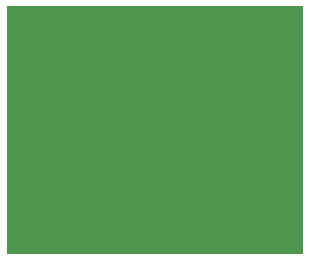
<source format=gbs>
G04*
G04 #@! TF.GenerationSoftware,Altium Limited,Altium Designer,24.9.1 (31)*
G04*
G04 Layer_Color=16711935*
%FSLAX44Y44*%
%MOMM*%
G71*
G04*
G04 #@! TF.SameCoordinates,6B1F32A5-85AB-4F9E-8824-BBACF1C5094E*
G04*
G04*
G04 #@! TF.FilePolarity,Negative*
G04*
G01*
G75*
%ADD24C,1.5000*%
%ADD35C,0.5532*%
G36*
D02*
X250000D01*
Y210000D01*
X0D01*
Y0D01*
D02*
G37*
D24*
X41500Y34000D02*
G03*
X41500Y34000I-7500J0D01*
G01*
Y112000D02*
G03*
X41500Y112000I-7500J0D01*
G01*
X223500Y34000D02*
G03*
X223500Y34000I-7500J0D01*
G01*
Y112000D02*
G03*
X223500Y112000I-7500J0D01*
G01*
D35*
X5000Y90500D02*
D03*
X5500Y63000D02*
D03*
Y53000D02*
D03*
X5000Y81000D02*
D03*
X60000Y54500D02*
D03*
X149000Y37000D02*
D03*
Y32000D02*
D03*
X144000Y96000D02*
D03*
X146500Y113500D02*
D03*
X172000Y28000D02*
D03*
X168000D02*
D03*
X232500Y77000D02*
D03*
Y70500D02*
D03*
X83500Y115000D02*
D03*
X76500Y49500D02*
D03*
X71500D02*
D03*
X103520Y51510D02*
D03*
X98640Y51520D02*
D03*
X83180Y100880D02*
D03*
X135940Y113370D02*
D03*
X135720Y95970D02*
D03*
X48250Y54630D02*
D03*
X83470Y84980D02*
D03*
X12700Y53170D02*
D03*
Y63170D02*
D03*
Y80830D02*
D03*
Y90830D02*
D03*
M02*

</source>
